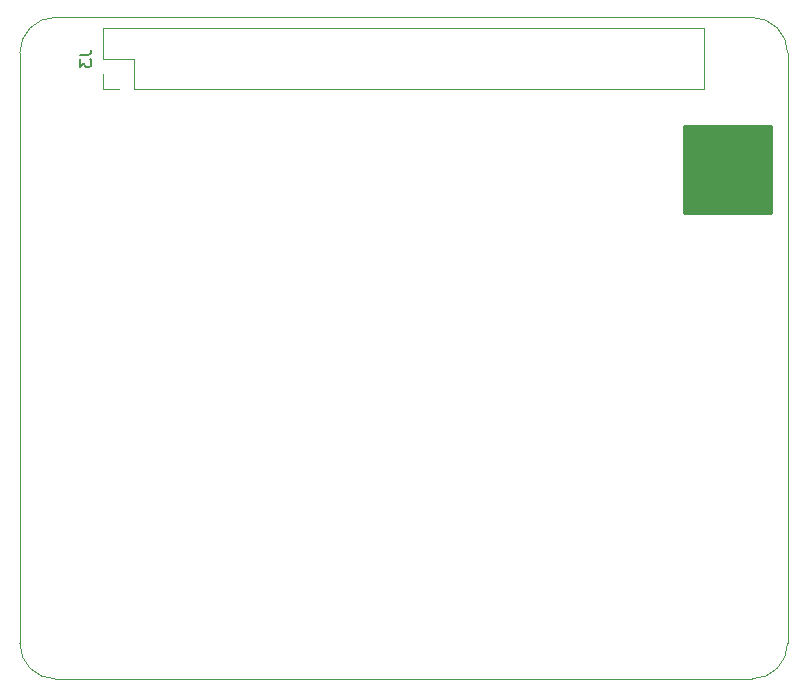
<source format=gbr>
G04 #@! TF.GenerationSoftware,KiCad,Pcbnew,(5.1.9)-1*
G04 #@! TF.CreationDate,2021-05-07T09:47:05-04:00*
G04 #@! TF.ProjectId,pigha,70696768-612e-46b6-9963-61645f706362,rev?*
G04 #@! TF.SameCoordinates,Original*
G04 #@! TF.FileFunction,Legend,Bot*
G04 #@! TF.FilePolarity,Positive*
%FSLAX46Y46*%
G04 Gerber Fmt 4.6, Leading zero omitted, Abs format (unit mm)*
G04 Created by KiCad (PCBNEW (5.1.9)-1) date 2021-05-07 09:47:05*
%MOMM*%
%LPD*%
G01*
G04 APERTURE LIST*
G04 #@! TA.AperFunction,Profile*
%ADD10C,0.100000*%
G04 #@! TD*
%ADD11C,0.120000*%
%ADD12C,0.150000*%
%ADD13C,0.254000*%
%ADD14C,0.100000*%
G04 APERTURE END LIST*
D10*
X143546351Y-113822847D02*
X143546356Y-63817611D01*
X78546356Y-63817611D02*
X78546356Y-113817611D01*
X78546356Y-63817611D02*
G75*
G02*
X81546356Y-60817611I3000000J0D01*
G01*
X140546356Y-60817611D02*
X81546356Y-60817611D01*
X140546356Y-60817611D02*
G75*
G02*
X143546356Y-63817611I0J-3000000D01*
G01*
X143546351Y-113822847D02*
X143546351Y-113822847D01*
X81546356Y-116817611D02*
G75*
G02*
X78546356Y-113817611I0J3000000D01*
G01*
X81546356Y-116817611D02*
X140546356Y-116817611D01*
X143546351Y-113822847D02*
G75*
G02*
X140546356Y-116817611I-2999995J5236D01*
G01*
D11*
X85590000Y-65590000D02*
X85590000Y-66920000D01*
X85590000Y-66920000D02*
X86920000Y-66920000D01*
X85590000Y-64320000D02*
X88190000Y-64320000D01*
X88190000Y-64320000D02*
X88190000Y-66920000D01*
X88190000Y-66920000D02*
X136510000Y-66920000D01*
X136510000Y-61720000D02*
X136510000Y-66920000D01*
X85590000Y-61720000D02*
X136510000Y-61720000D01*
X85590000Y-61720000D02*
X85590000Y-64320000D01*
D12*
X83602380Y-63986666D02*
X84316666Y-63986666D01*
X84459523Y-63939047D01*
X84554761Y-63843809D01*
X84602380Y-63700952D01*
X84602380Y-63605714D01*
X83602380Y-64367619D02*
X83602380Y-64986666D01*
X83983333Y-64653333D01*
X83983333Y-64796190D01*
X84030952Y-64891428D01*
X84078571Y-64939047D01*
X84173809Y-64986666D01*
X84411904Y-64986666D01*
X84507142Y-64939047D01*
X84554761Y-64891428D01*
X84602380Y-64796190D01*
X84602380Y-64510476D01*
X84554761Y-64415238D01*
X84507142Y-64367619D01*
D13*
X142113000Y-77343000D02*
X134747000Y-77343000D01*
X134747000Y-69977000D01*
X142113000Y-69977000D01*
X142113000Y-77343000D01*
D14*
G36*
X142113000Y-77343000D02*
G01*
X134747000Y-77343000D01*
X134747000Y-69977000D01*
X142113000Y-69977000D01*
X142113000Y-77343000D01*
G37*
M02*

</source>
